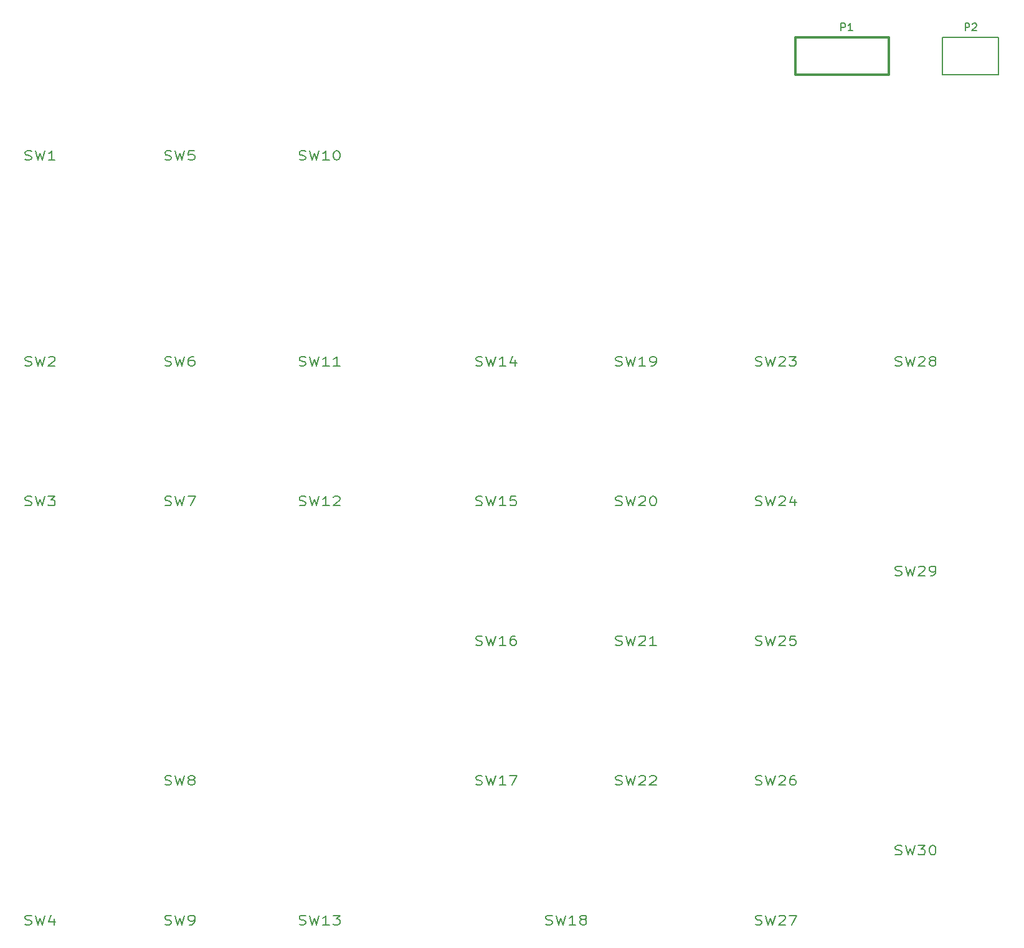
<source format=gto>
G04 (created by PCBNEW (2013-07-07 BZR 4022)-stable) date 10/28/2014 2:01:09 AM*
%MOIN*%
G04 Gerber Fmt 3.4, Leading zero omitted, Abs format*
%FSLAX34Y34*%
G01*
G70*
G90*
G04 APERTURE LIST*
%ADD10C,0.00590551*%
%ADD11C,0.012*%
%ADD12C,0.008*%
G04 APERTURE END LIST*
G54D10*
G54D11*
X61673Y-12976D02*
X66673Y-12976D01*
X66673Y-12976D02*
X66673Y-14976D01*
X66673Y-14976D02*
X61673Y-14976D01*
X61673Y-14976D02*
X61673Y-12976D01*
G54D12*
X72562Y-14976D02*
X69562Y-14976D01*
X69562Y-12976D02*
X72562Y-12976D01*
X72562Y-12976D02*
X72562Y-14976D01*
X69562Y-14976D02*
X69562Y-12976D01*
X20459Y-19538D02*
X20545Y-19562D01*
X20688Y-19562D01*
X20745Y-19538D01*
X20774Y-19514D01*
X20802Y-19467D01*
X20802Y-19419D01*
X20774Y-19372D01*
X20745Y-19348D01*
X20688Y-19324D01*
X20574Y-19300D01*
X20516Y-19276D01*
X20488Y-19253D01*
X20459Y-19205D01*
X20459Y-19157D01*
X20488Y-19110D01*
X20516Y-19086D01*
X20574Y-19062D01*
X20716Y-19062D01*
X20802Y-19086D01*
X21002Y-19062D02*
X21145Y-19562D01*
X21259Y-19205D01*
X21374Y-19562D01*
X21516Y-19062D01*
X22059Y-19562D02*
X21716Y-19562D01*
X21888Y-19562D02*
X21888Y-19062D01*
X21831Y-19134D01*
X21774Y-19181D01*
X21716Y-19205D01*
X59544Y-60483D02*
X59629Y-60507D01*
X59772Y-60507D01*
X59829Y-60483D01*
X59858Y-60459D01*
X59887Y-60412D01*
X59887Y-60364D01*
X59858Y-60317D01*
X59829Y-60293D01*
X59772Y-60269D01*
X59658Y-60245D01*
X59601Y-60221D01*
X59572Y-60197D01*
X59544Y-60150D01*
X59544Y-60102D01*
X59572Y-60055D01*
X59601Y-60031D01*
X59658Y-60007D01*
X59801Y-60007D01*
X59887Y-60031D01*
X60087Y-60007D02*
X60229Y-60507D01*
X60344Y-60150D01*
X60458Y-60507D01*
X60601Y-60007D01*
X60801Y-60055D02*
X60829Y-60031D01*
X60887Y-60007D01*
X61029Y-60007D01*
X61087Y-60031D01*
X61115Y-60055D01*
X61144Y-60102D01*
X61144Y-60150D01*
X61115Y-60221D01*
X60772Y-60507D01*
X61144Y-60507D01*
X61344Y-60007D02*
X61744Y-60007D01*
X61487Y-60507D01*
X48323Y-60483D02*
X48409Y-60507D01*
X48552Y-60507D01*
X48609Y-60483D01*
X48638Y-60459D01*
X48666Y-60412D01*
X48666Y-60364D01*
X48638Y-60317D01*
X48609Y-60293D01*
X48552Y-60269D01*
X48438Y-60245D01*
X48380Y-60221D01*
X48352Y-60197D01*
X48323Y-60150D01*
X48323Y-60102D01*
X48352Y-60055D01*
X48380Y-60031D01*
X48438Y-60007D01*
X48580Y-60007D01*
X48666Y-60031D01*
X48866Y-60007D02*
X49009Y-60507D01*
X49123Y-60150D01*
X49238Y-60507D01*
X49380Y-60007D01*
X49923Y-60507D02*
X49580Y-60507D01*
X49752Y-60507D02*
X49752Y-60007D01*
X49695Y-60078D01*
X49638Y-60126D01*
X49580Y-60150D01*
X50266Y-60221D02*
X50209Y-60197D01*
X50180Y-60174D01*
X50152Y-60126D01*
X50152Y-60102D01*
X50180Y-60055D01*
X50209Y-60031D01*
X50266Y-60007D01*
X50380Y-60007D01*
X50438Y-60031D01*
X50466Y-60055D01*
X50495Y-60102D01*
X50495Y-60126D01*
X50466Y-60174D01*
X50438Y-60197D01*
X50380Y-60221D01*
X50266Y-60221D01*
X50209Y-60245D01*
X50180Y-60269D01*
X50152Y-60317D01*
X50152Y-60412D01*
X50180Y-60459D01*
X50209Y-60483D01*
X50266Y-60507D01*
X50380Y-60507D01*
X50438Y-60483D01*
X50466Y-60459D01*
X50495Y-60412D01*
X50495Y-60317D01*
X50466Y-60269D01*
X50438Y-60245D01*
X50380Y-60221D01*
X67024Y-56743D02*
X67110Y-56767D01*
X67253Y-56767D01*
X67310Y-56743D01*
X67338Y-56719D01*
X67367Y-56672D01*
X67367Y-56624D01*
X67338Y-56576D01*
X67310Y-56553D01*
X67253Y-56529D01*
X67138Y-56505D01*
X67081Y-56481D01*
X67053Y-56457D01*
X67024Y-56410D01*
X67024Y-56362D01*
X67053Y-56314D01*
X67081Y-56291D01*
X67138Y-56267D01*
X67281Y-56267D01*
X67367Y-56291D01*
X67567Y-56267D02*
X67710Y-56767D01*
X67824Y-56410D01*
X67938Y-56767D01*
X68081Y-56267D01*
X68253Y-56267D02*
X68624Y-56267D01*
X68424Y-56457D01*
X68510Y-56457D01*
X68567Y-56481D01*
X68595Y-56505D01*
X68624Y-56553D01*
X68624Y-56672D01*
X68595Y-56719D01*
X68567Y-56743D01*
X68510Y-56767D01*
X68338Y-56767D01*
X68281Y-56743D01*
X68253Y-56719D01*
X68995Y-56267D02*
X69053Y-56267D01*
X69110Y-56291D01*
X69138Y-56314D01*
X69167Y-56362D01*
X69195Y-56457D01*
X69195Y-56576D01*
X69167Y-56672D01*
X69138Y-56719D01*
X69110Y-56743D01*
X69053Y-56767D01*
X68995Y-56767D01*
X68938Y-56743D01*
X68910Y-56719D01*
X68881Y-56672D01*
X68853Y-56576D01*
X68853Y-56457D01*
X68881Y-56362D01*
X68910Y-56314D01*
X68938Y-56291D01*
X68995Y-56267D01*
X59544Y-53003D02*
X59629Y-53027D01*
X59772Y-53027D01*
X59829Y-53003D01*
X59858Y-52979D01*
X59887Y-52931D01*
X59887Y-52884D01*
X59858Y-52836D01*
X59829Y-52812D01*
X59772Y-52789D01*
X59658Y-52765D01*
X59601Y-52741D01*
X59572Y-52717D01*
X59544Y-52670D01*
X59544Y-52622D01*
X59572Y-52574D01*
X59601Y-52550D01*
X59658Y-52527D01*
X59801Y-52527D01*
X59887Y-52550D01*
X60087Y-52527D02*
X60229Y-53027D01*
X60344Y-52670D01*
X60458Y-53027D01*
X60601Y-52527D01*
X60801Y-52574D02*
X60829Y-52550D01*
X60887Y-52527D01*
X61029Y-52527D01*
X61087Y-52550D01*
X61115Y-52574D01*
X61144Y-52622D01*
X61144Y-52670D01*
X61115Y-52741D01*
X60772Y-53027D01*
X61144Y-53027D01*
X61658Y-52527D02*
X61544Y-52527D01*
X61487Y-52550D01*
X61458Y-52574D01*
X61401Y-52646D01*
X61372Y-52741D01*
X61372Y-52931D01*
X61401Y-52979D01*
X61429Y-53003D01*
X61487Y-53027D01*
X61601Y-53027D01*
X61658Y-53003D01*
X61687Y-52979D01*
X61715Y-52931D01*
X61715Y-52812D01*
X61687Y-52765D01*
X61658Y-52741D01*
X61601Y-52717D01*
X61487Y-52717D01*
X61429Y-52741D01*
X61401Y-52765D01*
X61372Y-52812D01*
X52063Y-53003D02*
X52149Y-53027D01*
X52292Y-53027D01*
X52349Y-53003D01*
X52378Y-52979D01*
X52406Y-52931D01*
X52406Y-52884D01*
X52378Y-52836D01*
X52349Y-52812D01*
X52292Y-52789D01*
X52178Y-52765D01*
X52121Y-52741D01*
X52092Y-52717D01*
X52063Y-52670D01*
X52063Y-52622D01*
X52092Y-52574D01*
X52121Y-52550D01*
X52178Y-52527D01*
X52321Y-52527D01*
X52406Y-52550D01*
X52606Y-52527D02*
X52749Y-53027D01*
X52863Y-52670D01*
X52978Y-53027D01*
X53121Y-52527D01*
X53321Y-52574D02*
X53349Y-52550D01*
X53406Y-52527D01*
X53549Y-52527D01*
X53606Y-52550D01*
X53635Y-52574D01*
X53663Y-52622D01*
X53663Y-52670D01*
X53635Y-52741D01*
X53292Y-53027D01*
X53663Y-53027D01*
X53892Y-52574D02*
X53921Y-52550D01*
X53978Y-52527D01*
X54121Y-52527D01*
X54178Y-52550D01*
X54206Y-52574D01*
X54235Y-52622D01*
X54235Y-52670D01*
X54206Y-52741D01*
X53863Y-53027D01*
X54235Y-53027D01*
X44583Y-53003D02*
X44669Y-53027D01*
X44812Y-53027D01*
X44869Y-53003D01*
X44897Y-52979D01*
X44926Y-52931D01*
X44926Y-52884D01*
X44897Y-52836D01*
X44869Y-52812D01*
X44812Y-52789D01*
X44697Y-52765D01*
X44640Y-52741D01*
X44612Y-52717D01*
X44583Y-52670D01*
X44583Y-52622D01*
X44612Y-52574D01*
X44640Y-52550D01*
X44697Y-52527D01*
X44840Y-52527D01*
X44926Y-52550D01*
X45126Y-52527D02*
X45269Y-53027D01*
X45383Y-52670D01*
X45497Y-53027D01*
X45640Y-52527D01*
X46183Y-53027D02*
X45840Y-53027D01*
X46012Y-53027D02*
X46012Y-52527D01*
X45955Y-52598D01*
X45897Y-52646D01*
X45840Y-52670D01*
X46383Y-52527D02*
X46783Y-52527D01*
X46526Y-53027D01*
X67024Y-41782D02*
X67110Y-41806D01*
X67253Y-41806D01*
X67310Y-41782D01*
X67338Y-41759D01*
X67367Y-41711D01*
X67367Y-41663D01*
X67338Y-41616D01*
X67310Y-41592D01*
X67253Y-41568D01*
X67138Y-41544D01*
X67081Y-41520D01*
X67053Y-41497D01*
X67024Y-41449D01*
X67024Y-41401D01*
X67053Y-41354D01*
X67081Y-41330D01*
X67138Y-41306D01*
X67281Y-41306D01*
X67367Y-41330D01*
X67567Y-41306D02*
X67710Y-41806D01*
X67824Y-41449D01*
X67938Y-41806D01*
X68081Y-41306D01*
X68281Y-41354D02*
X68310Y-41330D01*
X68367Y-41306D01*
X68510Y-41306D01*
X68567Y-41330D01*
X68595Y-41354D01*
X68624Y-41401D01*
X68624Y-41449D01*
X68595Y-41520D01*
X68253Y-41806D01*
X68624Y-41806D01*
X68910Y-41806D02*
X69024Y-41806D01*
X69081Y-41782D01*
X69110Y-41759D01*
X69167Y-41687D01*
X69195Y-41592D01*
X69195Y-41401D01*
X69167Y-41354D01*
X69138Y-41330D01*
X69081Y-41306D01*
X68967Y-41306D01*
X68910Y-41330D01*
X68881Y-41354D01*
X68853Y-41401D01*
X68853Y-41520D01*
X68881Y-41568D01*
X68910Y-41592D01*
X68967Y-41616D01*
X69081Y-41616D01*
X69138Y-41592D01*
X69167Y-41568D01*
X69195Y-41520D01*
X67024Y-30562D02*
X67110Y-30586D01*
X67253Y-30586D01*
X67310Y-30562D01*
X67338Y-30538D01*
X67367Y-30491D01*
X67367Y-30443D01*
X67338Y-30395D01*
X67310Y-30371D01*
X67253Y-30348D01*
X67138Y-30324D01*
X67081Y-30300D01*
X67053Y-30276D01*
X67024Y-30229D01*
X67024Y-30181D01*
X67053Y-30133D01*
X67081Y-30110D01*
X67138Y-30086D01*
X67281Y-30086D01*
X67367Y-30110D01*
X67567Y-30086D02*
X67710Y-30586D01*
X67824Y-30229D01*
X67938Y-30586D01*
X68081Y-30086D01*
X68281Y-30133D02*
X68310Y-30110D01*
X68367Y-30086D01*
X68510Y-30086D01*
X68567Y-30110D01*
X68595Y-30133D01*
X68624Y-30181D01*
X68624Y-30229D01*
X68595Y-30300D01*
X68253Y-30586D01*
X68624Y-30586D01*
X68967Y-30300D02*
X68910Y-30276D01*
X68881Y-30252D01*
X68853Y-30205D01*
X68853Y-30181D01*
X68881Y-30133D01*
X68910Y-30110D01*
X68967Y-30086D01*
X69081Y-30086D01*
X69138Y-30110D01*
X69167Y-30133D01*
X69195Y-30181D01*
X69195Y-30205D01*
X69167Y-30252D01*
X69138Y-30276D01*
X69081Y-30300D01*
X68967Y-30300D01*
X68910Y-30324D01*
X68881Y-30348D01*
X68853Y-30395D01*
X68853Y-30491D01*
X68881Y-30538D01*
X68910Y-30562D01*
X68967Y-30586D01*
X69081Y-30586D01*
X69138Y-30562D01*
X69167Y-30538D01*
X69195Y-30491D01*
X69195Y-30395D01*
X69167Y-30348D01*
X69138Y-30324D01*
X69081Y-30300D01*
X59544Y-45523D02*
X59629Y-45546D01*
X59772Y-45546D01*
X59829Y-45523D01*
X59858Y-45499D01*
X59887Y-45451D01*
X59887Y-45404D01*
X59858Y-45356D01*
X59829Y-45332D01*
X59772Y-45308D01*
X59658Y-45284D01*
X59601Y-45261D01*
X59572Y-45237D01*
X59544Y-45189D01*
X59544Y-45142D01*
X59572Y-45094D01*
X59601Y-45070D01*
X59658Y-45046D01*
X59801Y-45046D01*
X59887Y-45070D01*
X60087Y-45046D02*
X60229Y-45546D01*
X60344Y-45189D01*
X60458Y-45546D01*
X60601Y-45046D01*
X60801Y-45094D02*
X60829Y-45070D01*
X60887Y-45046D01*
X61029Y-45046D01*
X61087Y-45070D01*
X61115Y-45094D01*
X61144Y-45142D01*
X61144Y-45189D01*
X61115Y-45261D01*
X60772Y-45546D01*
X61144Y-45546D01*
X61687Y-45046D02*
X61401Y-45046D01*
X61372Y-45284D01*
X61401Y-45261D01*
X61458Y-45237D01*
X61601Y-45237D01*
X61658Y-45261D01*
X61687Y-45284D01*
X61715Y-45332D01*
X61715Y-45451D01*
X61687Y-45499D01*
X61658Y-45523D01*
X61601Y-45546D01*
X61458Y-45546D01*
X61401Y-45523D01*
X61372Y-45499D01*
X52063Y-45523D02*
X52149Y-45546D01*
X52292Y-45546D01*
X52349Y-45523D01*
X52378Y-45499D01*
X52406Y-45451D01*
X52406Y-45404D01*
X52378Y-45356D01*
X52349Y-45332D01*
X52292Y-45308D01*
X52178Y-45284D01*
X52121Y-45261D01*
X52092Y-45237D01*
X52063Y-45189D01*
X52063Y-45142D01*
X52092Y-45094D01*
X52121Y-45070D01*
X52178Y-45046D01*
X52321Y-45046D01*
X52406Y-45070D01*
X52606Y-45046D02*
X52749Y-45546D01*
X52863Y-45189D01*
X52978Y-45546D01*
X53121Y-45046D01*
X53321Y-45094D02*
X53349Y-45070D01*
X53406Y-45046D01*
X53549Y-45046D01*
X53606Y-45070D01*
X53635Y-45094D01*
X53663Y-45142D01*
X53663Y-45189D01*
X53635Y-45261D01*
X53292Y-45546D01*
X53663Y-45546D01*
X54235Y-45546D02*
X53892Y-45546D01*
X54063Y-45546D02*
X54063Y-45046D01*
X54006Y-45118D01*
X53949Y-45165D01*
X53892Y-45189D01*
X44583Y-45523D02*
X44669Y-45546D01*
X44812Y-45546D01*
X44869Y-45523D01*
X44897Y-45499D01*
X44926Y-45451D01*
X44926Y-45404D01*
X44897Y-45356D01*
X44869Y-45332D01*
X44812Y-45308D01*
X44697Y-45284D01*
X44640Y-45261D01*
X44612Y-45237D01*
X44583Y-45189D01*
X44583Y-45142D01*
X44612Y-45094D01*
X44640Y-45070D01*
X44697Y-45046D01*
X44840Y-45046D01*
X44926Y-45070D01*
X45126Y-45046D02*
X45269Y-45546D01*
X45383Y-45189D01*
X45497Y-45546D01*
X45640Y-45046D01*
X46183Y-45546D02*
X45840Y-45546D01*
X46012Y-45546D02*
X46012Y-45046D01*
X45955Y-45118D01*
X45897Y-45165D01*
X45840Y-45189D01*
X46697Y-45046D02*
X46583Y-45046D01*
X46526Y-45070D01*
X46497Y-45094D01*
X46440Y-45165D01*
X46412Y-45261D01*
X46412Y-45451D01*
X46440Y-45499D01*
X46469Y-45523D01*
X46526Y-45546D01*
X46640Y-45546D01*
X46697Y-45523D01*
X46726Y-45499D01*
X46755Y-45451D01*
X46755Y-45332D01*
X46726Y-45284D01*
X46697Y-45261D01*
X46640Y-45237D01*
X46526Y-45237D01*
X46469Y-45261D01*
X46440Y-45284D01*
X46412Y-45332D01*
X59544Y-38042D02*
X59629Y-38066D01*
X59772Y-38066D01*
X59829Y-38042D01*
X59858Y-38018D01*
X59887Y-37971D01*
X59887Y-37923D01*
X59858Y-37876D01*
X59829Y-37852D01*
X59772Y-37828D01*
X59658Y-37804D01*
X59601Y-37780D01*
X59572Y-37757D01*
X59544Y-37709D01*
X59544Y-37661D01*
X59572Y-37614D01*
X59601Y-37590D01*
X59658Y-37566D01*
X59801Y-37566D01*
X59887Y-37590D01*
X60087Y-37566D02*
X60229Y-38066D01*
X60344Y-37709D01*
X60458Y-38066D01*
X60601Y-37566D01*
X60801Y-37614D02*
X60829Y-37590D01*
X60887Y-37566D01*
X61029Y-37566D01*
X61087Y-37590D01*
X61115Y-37614D01*
X61144Y-37661D01*
X61144Y-37709D01*
X61115Y-37780D01*
X60772Y-38066D01*
X61144Y-38066D01*
X61658Y-37733D02*
X61658Y-38066D01*
X61515Y-37542D02*
X61372Y-37899D01*
X61744Y-37899D01*
X52063Y-38042D02*
X52149Y-38066D01*
X52292Y-38066D01*
X52349Y-38042D01*
X52378Y-38018D01*
X52406Y-37971D01*
X52406Y-37923D01*
X52378Y-37876D01*
X52349Y-37852D01*
X52292Y-37828D01*
X52178Y-37804D01*
X52121Y-37780D01*
X52092Y-37757D01*
X52063Y-37709D01*
X52063Y-37661D01*
X52092Y-37614D01*
X52121Y-37590D01*
X52178Y-37566D01*
X52321Y-37566D01*
X52406Y-37590D01*
X52606Y-37566D02*
X52749Y-38066D01*
X52863Y-37709D01*
X52978Y-38066D01*
X53121Y-37566D01*
X53321Y-37614D02*
X53349Y-37590D01*
X53406Y-37566D01*
X53549Y-37566D01*
X53606Y-37590D01*
X53635Y-37614D01*
X53663Y-37661D01*
X53663Y-37709D01*
X53635Y-37780D01*
X53292Y-38066D01*
X53663Y-38066D01*
X54035Y-37566D02*
X54092Y-37566D01*
X54149Y-37590D01*
X54178Y-37614D01*
X54206Y-37661D01*
X54235Y-37757D01*
X54235Y-37876D01*
X54206Y-37971D01*
X54178Y-38018D01*
X54149Y-38042D01*
X54092Y-38066D01*
X54035Y-38066D01*
X53978Y-38042D01*
X53949Y-38018D01*
X53921Y-37971D01*
X53892Y-37876D01*
X53892Y-37757D01*
X53921Y-37661D01*
X53949Y-37614D01*
X53978Y-37590D01*
X54035Y-37566D01*
X44583Y-38042D02*
X44669Y-38066D01*
X44812Y-38066D01*
X44869Y-38042D01*
X44897Y-38018D01*
X44926Y-37971D01*
X44926Y-37923D01*
X44897Y-37876D01*
X44869Y-37852D01*
X44812Y-37828D01*
X44697Y-37804D01*
X44640Y-37780D01*
X44612Y-37757D01*
X44583Y-37709D01*
X44583Y-37661D01*
X44612Y-37614D01*
X44640Y-37590D01*
X44697Y-37566D01*
X44840Y-37566D01*
X44926Y-37590D01*
X45126Y-37566D02*
X45269Y-38066D01*
X45383Y-37709D01*
X45497Y-38066D01*
X45640Y-37566D01*
X46183Y-38066D02*
X45840Y-38066D01*
X46012Y-38066D02*
X46012Y-37566D01*
X45955Y-37637D01*
X45897Y-37685D01*
X45840Y-37709D01*
X46726Y-37566D02*
X46440Y-37566D01*
X46412Y-37804D01*
X46440Y-37780D01*
X46497Y-37757D01*
X46640Y-37757D01*
X46697Y-37780D01*
X46726Y-37804D01*
X46755Y-37852D01*
X46755Y-37971D01*
X46726Y-38018D01*
X46697Y-38042D01*
X46640Y-38066D01*
X46497Y-38066D01*
X46440Y-38042D01*
X46412Y-38018D01*
X59544Y-30562D02*
X59629Y-30586D01*
X59772Y-30586D01*
X59829Y-30562D01*
X59858Y-30538D01*
X59887Y-30491D01*
X59887Y-30443D01*
X59858Y-30395D01*
X59829Y-30371D01*
X59772Y-30348D01*
X59658Y-30324D01*
X59601Y-30300D01*
X59572Y-30276D01*
X59544Y-30229D01*
X59544Y-30181D01*
X59572Y-30133D01*
X59601Y-30110D01*
X59658Y-30086D01*
X59801Y-30086D01*
X59887Y-30110D01*
X60087Y-30086D02*
X60229Y-30586D01*
X60344Y-30229D01*
X60458Y-30586D01*
X60601Y-30086D01*
X60801Y-30133D02*
X60829Y-30110D01*
X60887Y-30086D01*
X61029Y-30086D01*
X61087Y-30110D01*
X61115Y-30133D01*
X61144Y-30181D01*
X61144Y-30229D01*
X61115Y-30300D01*
X60772Y-30586D01*
X61144Y-30586D01*
X61344Y-30086D02*
X61715Y-30086D01*
X61515Y-30276D01*
X61601Y-30276D01*
X61658Y-30300D01*
X61687Y-30324D01*
X61715Y-30371D01*
X61715Y-30491D01*
X61687Y-30538D01*
X61658Y-30562D01*
X61601Y-30586D01*
X61429Y-30586D01*
X61372Y-30562D01*
X61344Y-30538D01*
X27940Y-19538D02*
X28025Y-19562D01*
X28168Y-19562D01*
X28225Y-19538D01*
X28254Y-19514D01*
X28283Y-19467D01*
X28283Y-19419D01*
X28254Y-19372D01*
X28225Y-19348D01*
X28168Y-19324D01*
X28054Y-19300D01*
X27997Y-19276D01*
X27968Y-19253D01*
X27940Y-19205D01*
X27940Y-19157D01*
X27968Y-19110D01*
X27997Y-19086D01*
X28054Y-19062D01*
X28197Y-19062D01*
X28283Y-19086D01*
X28483Y-19062D02*
X28625Y-19562D01*
X28740Y-19205D01*
X28854Y-19562D01*
X28997Y-19062D01*
X29511Y-19062D02*
X29225Y-19062D01*
X29197Y-19300D01*
X29225Y-19276D01*
X29283Y-19253D01*
X29425Y-19253D01*
X29483Y-19276D01*
X29511Y-19300D01*
X29540Y-19348D01*
X29540Y-19467D01*
X29511Y-19514D01*
X29483Y-19538D01*
X29425Y-19562D01*
X29283Y-19562D01*
X29225Y-19538D01*
X29197Y-19514D01*
X35134Y-19538D02*
X35220Y-19562D01*
X35363Y-19562D01*
X35420Y-19538D01*
X35449Y-19514D01*
X35477Y-19467D01*
X35477Y-19419D01*
X35449Y-19372D01*
X35420Y-19348D01*
X35363Y-19324D01*
X35249Y-19300D01*
X35191Y-19276D01*
X35163Y-19253D01*
X35134Y-19205D01*
X35134Y-19157D01*
X35163Y-19110D01*
X35191Y-19086D01*
X35249Y-19062D01*
X35391Y-19062D01*
X35477Y-19086D01*
X35677Y-19062D02*
X35820Y-19562D01*
X35934Y-19205D01*
X36049Y-19562D01*
X36191Y-19062D01*
X36734Y-19562D02*
X36391Y-19562D01*
X36563Y-19562D02*
X36563Y-19062D01*
X36506Y-19134D01*
X36449Y-19181D01*
X36391Y-19205D01*
X37106Y-19062D02*
X37163Y-19062D01*
X37220Y-19086D01*
X37249Y-19110D01*
X37277Y-19157D01*
X37306Y-19253D01*
X37306Y-19372D01*
X37277Y-19467D01*
X37249Y-19514D01*
X37220Y-19538D01*
X37163Y-19562D01*
X37106Y-19562D01*
X37049Y-19538D01*
X37020Y-19514D01*
X36991Y-19467D01*
X36963Y-19372D01*
X36963Y-19253D01*
X36991Y-19157D01*
X37020Y-19110D01*
X37049Y-19086D01*
X37106Y-19062D01*
X20459Y-30562D02*
X20545Y-30586D01*
X20688Y-30586D01*
X20745Y-30562D01*
X20774Y-30538D01*
X20802Y-30491D01*
X20802Y-30443D01*
X20774Y-30395D01*
X20745Y-30371D01*
X20688Y-30348D01*
X20574Y-30324D01*
X20516Y-30300D01*
X20488Y-30276D01*
X20459Y-30229D01*
X20459Y-30181D01*
X20488Y-30133D01*
X20516Y-30110D01*
X20574Y-30086D01*
X20716Y-30086D01*
X20802Y-30110D01*
X21002Y-30086D02*
X21145Y-30586D01*
X21259Y-30229D01*
X21374Y-30586D01*
X21516Y-30086D01*
X21716Y-30133D02*
X21745Y-30110D01*
X21802Y-30086D01*
X21945Y-30086D01*
X22002Y-30110D01*
X22031Y-30133D01*
X22059Y-30181D01*
X22059Y-30229D01*
X22031Y-30300D01*
X21688Y-30586D01*
X22059Y-30586D01*
X27940Y-30562D02*
X28025Y-30586D01*
X28168Y-30586D01*
X28225Y-30562D01*
X28254Y-30538D01*
X28283Y-30491D01*
X28283Y-30443D01*
X28254Y-30395D01*
X28225Y-30371D01*
X28168Y-30348D01*
X28054Y-30324D01*
X27997Y-30300D01*
X27968Y-30276D01*
X27940Y-30229D01*
X27940Y-30181D01*
X27968Y-30133D01*
X27997Y-30110D01*
X28054Y-30086D01*
X28197Y-30086D01*
X28283Y-30110D01*
X28483Y-30086D02*
X28625Y-30586D01*
X28740Y-30229D01*
X28854Y-30586D01*
X28997Y-30086D01*
X29483Y-30086D02*
X29368Y-30086D01*
X29311Y-30110D01*
X29283Y-30133D01*
X29225Y-30205D01*
X29197Y-30300D01*
X29197Y-30491D01*
X29225Y-30538D01*
X29254Y-30562D01*
X29311Y-30586D01*
X29425Y-30586D01*
X29483Y-30562D01*
X29511Y-30538D01*
X29540Y-30491D01*
X29540Y-30371D01*
X29511Y-30324D01*
X29483Y-30300D01*
X29425Y-30276D01*
X29311Y-30276D01*
X29254Y-30300D01*
X29225Y-30324D01*
X29197Y-30371D01*
X35134Y-30562D02*
X35220Y-30586D01*
X35363Y-30586D01*
X35420Y-30562D01*
X35449Y-30538D01*
X35477Y-30491D01*
X35477Y-30443D01*
X35449Y-30395D01*
X35420Y-30371D01*
X35363Y-30348D01*
X35249Y-30324D01*
X35191Y-30300D01*
X35163Y-30276D01*
X35134Y-30229D01*
X35134Y-30181D01*
X35163Y-30133D01*
X35191Y-30110D01*
X35249Y-30086D01*
X35391Y-30086D01*
X35477Y-30110D01*
X35677Y-30086D02*
X35820Y-30586D01*
X35934Y-30229D01*
X36049Y-30586D01*
X36191Y-30086D01*
X36734Y-30586D02*
X36391Y-30586D01*
X36563Y-30586D02*
X36563Y-30086D01*
X36506Y-30157D01*
X36449Y-30205D01*
X36391Y-30229D01*
X37306Y-30586D02*
X36963Y-30586D01*
X37134Y-30586D02*
X37134Y-30086D01*
X37077Y-30157D01*
X37020Y-30205D01*
X36963Y-30229D01*
X20459Y-38042D02*
X20545Y-38066D01*
X20688Y-38066D01*
X20745Y-38042D01*
X20774Y-38018D01*
X20802Y-37971D01*
X20802Y-37923D01*
X20774Y-37876D01*
X20745Y-37852D01*
X20688Y-37828D01*
X20574Y-37804D01*
X20516Y-37780D01*
X20488Y-37757D01*
X20459Y-37709D01*
X20459Y-37661D01*
X20488Y-37614D01*
X20516Y-37590D01*
X20574Y-37566D01*
X20716Y-37566D01*
X20802Y-37590D01*
X21002Y-37566D02*
X21145Y-38066D01*
X21259Y-37709D01*
X21374Y-38066D01*
X21516Y-37566D01*
X21688Y-37566D02*
X22059Y-37566D01*
X21859Y-37757D01*
X21945Y-37757D01*
X22002Y-37780D01*
X22031Y-37804D01*
X22059Y-37852D01*
X22059Y-37971D01*
X22031Y-38018D01*
X22002Y-38042D01*
X21945Y-38066D01*
X21774Y-38066D01*
X21716Y-38042D01*
X21688Y-38018D01*
X27940Y-38042D02*
X28025Y-38066D01*
X28168Y-38066D01*
X28225Y-38042D01*
X28254Y-38018D01*
X28283Y-37971D01*
X28283Y-37923D01*
X28254Y-37876D01*
X28225Y-37852D01*
X28168Y-37828D01*
X28054Y-37804D01*
X27997Y-37780D01*
X27968Y-37757D01*
X27940Y-37709D01*
X27940Y-37661D01*
X27968Y-37614D01*
X27997Y-37590D01*
X28054Y-37566D01*
X28197Y-37566D01*
X28283Y-37590D01*
X28483Y-37566D02*
X28625Y-38066D01*
X28740Y-37709D01*
X28854Y-38066D01*
X28997Y-37566D01*
X29168Y-37566D02*
X29568Y-37566D01*
X29311Y-38066D01*
X35134Y-38042D02*
X35220Y-38066D01*
X35363Y-38066D01*
X35420Y-38042D01*
X35449Y-38018D01*
X35477Y-37971D01*
X35477Y-37923D01*
X35449Y-37876D01*
X35420Y-37852D01*
X35363Y-37828D01*
X35249Y-37804D01*
X35191Y-37780D01*
X35163Y-37757D01*
X35134Y-37709D01*
X35134Y-37661D01*
X35163Y-37614D01*
X35191Y-37590D01*
X35249Y-37566D01*
X35391Y-37566D01*
X35477Y-37590D01*
X35677Y-37566D02*
X35820Y-38066D01*
X35934Y-37709D01*
X36049Y-38066D01*
X36191Y-37566D01*
X36734Y-38066D02*
X36391Y-38066D01*
X36563Y-38066D02*
X36563Y-37566D01*
X36506Y-37637D01*
X36449Y-37685D01*
X36391Y-37709D01*
X36963Y-37614D02*
X36991Y-37590D01*
X37049Y-37566D01*
X37191Y-37566D01*
X37249Y-37590D01*
X37277Y-37614D01*
X37306Y-37661D01*
X37306Y-37709D01*
X37277Y-37780D01*
X36934Y-38066D01*
X37306Y-38066D01*
X27940Y-53003D02*
X28025Y-53027D01*
X28168Y-53027D01*
X28225Y-53003D01*
X28254Y-52979D01*
X28283Y-52931D01*
X28283Y-52884D01*
X28254Y-52836D01*
X28225Y-52812D01*
X28168Y-52789D01*
X28054Y-52765D01*
X27997Y-52741D01*
X27968Y-52717D01*
X27940Y-52670D01*
X27940Y-52622D01*
X27968Y-52574D01*
X27997Y-52550D01*
X28054Y-52527D01*
X28197Y-52527D01*
X28283Y-52550D01*
X28483Y-52527D02*
X28625Y-53027D01*
X28740Y-52670D01*
X28854Y-53027D01*
X28997Y-52527D01*
X29311Y-52741D02*
X29254Y-52717D01*
X29225Y-52693D01*
X29197Y-52646D01*
X29197Y-52622D01*
X29225Y-52574D01*
X29254Y-52550D01*
X29311Y-52527D01*
X29425Y-52527D01*
X29483Y-52550D01*
X29511Y-52574D01*
X29540Y-52622D01*
X29540Y-52646D01*
X29511Y-52693D01*
X29483Y-52717D01*
X29425Y-52741D01*
X29311Y-52741D01*
X29254Y-52765D01*
X29225Y-52789D01*
X29197Y-52836D01*
X29197Y-52931D01*
X29225Y-52979D01*
X29254Y-53003D01*
X29311Y-53027D01*
X29425Y-53027D01*
X29483Y-53003D01*
X29511Y-52979D01*
X29540Y-52931D01*
X29540Y-52836D01*
X29511Y-52789D01*
X29483Y-52765D01*
X29425Y-52741D01*
X20459Y-60483D02*
X20545Y-60507D01*
X20688Y-60507D01*
X20745Y-60483D01*
X20774Y-60459D01*
X20802Y-60412D01*
X20802Y-60364D01*
X20774Y-60317D01*
X20745Y-60293D01*
X20688Y-60269D01*
X20574Y-60245D01*
X20516Y-60221D01*
X20488Y-60197D01*
X20459Y-60150D01*
X20459Y-60102D01*
X20488Y-60055D01*
X20516Y-60031D01*
X20574Y-60007D01*
X20716Y-60007D01*
X20802Y-60031D01*
X21002Y-60007D02*
X21145Y-60507D01*
X21259Y-60150D01*
X21374Y-60507D01*
X21516Y-60007D01*
X22002Y-60174D02*
X22002Y-60507D01*
X21859Y-59983D02*
X21716Y-60340D01*
X22088Y-60340D01*
X27940Y-60483D02*
X28025Y-60507D01*
X28168Y-60507D01*
X28225Y-60483D01*
X28254Y-60459D01*
X28283Y-60412D01*
X28283Y-60364D01*
X28254Y-60317D01*
X28225Y-60293D01*
X28168Y-60269D01*
X28054Y-60245D01*
X27997Y-60221D01*
X27968Y-60197D01*
X27940Y-60150D01*
X27940Y-60102D01*
X27968Y-60055D01*
X27997Y-60031D01*
X28054Y-60007D01*
X28197Y-60007D01*
X28283Y-60031D01*
X28483Y-60007D02*
X28625Y-60507D01*
X28740Y-60150D01*
X28854Y-60507D01*
X28997Y-60007D01*
X29254Y-60507D02*
X29368Y-60507D01*
X29425Y-60483D01*
X29454Y-60459D01*
X29511Y-60388D01*
X29540Y-60293D01*
X29540Y-60102D01*
X29511Y-60055D01*
X29483Y-60031D01*
X29425Y-60007D01*
X29311Y-60007D01*
X29254Y-60031D01*
X29225Y-60055D01*
X29197Y-60102D01*
X29197Y-60221D01*
X29225Y-60269D01*
X29254Y-60293D01*
X29311Y-60317D01*
X29425Y-60317D01*
X29483Y-60293D01*
X29511Y-60269D01*
X29540Y-60221D01*
X35134Y-60483D02*
X35220Y-60507D01*
X35363Y-60507D01*
X35420Y-60483D01*
X35449Y-60459D01*
X35477Y-60412D01*
X35477Y-60364D01*
X35449Y-60317D01*
X35420Y-60293D01*
X35363Y-60269D01*
X35249Y-60245D01*
X35191Y-60221D01*
X35163Y-60197D01*
X35134Y-60150D01*
X35134Y-60102D01*
X35163Y-60055D01*
X35191Y-60031D01*
X35249Y-60007D01*
X35391Y-60007D01*
X35477Y-60031D01*
X35677Y-60007D02*
X35820Y-60507D01*
X35934Y-60150D01*
X36049Y-60507D01*
X36191Y-60007D01*
X36734Y-60507D02*
X36391Y-60507D01*
X36563Y-60507D02*
X36563Y-60007D01*
X36506Y-60078D01*
X36449Y-60126D01*
X36391Y-60150D01*
X36934Y-60007D02*
X37306Y-60007D01*
X37106Y-60197D01*
X37191Y-60197D01*
X37249Y-60221D01*
X37277Y-60245D01*
X37306Y-60293D01*
X37306Y-60412D01*
X37277Y-60459D01*
X37249Y-60483D01*
X37191Y-60507D01*
X37020Y-60507D01*
X36963Y-60483D01*
X36934Y-60459D01*
X44583Y-30562D02*
X44669Y-30586D01*
X44812Y-30586D01*
X44869Y-30562D01*
X44897Y-30538D01*
X44926Y-30491D01*
X44926Y-30443D01*
X44897Y-30395D01*
X44869Y-30371D01*
X44812Y-30348D01*
X44697Y-30324D01*
X44640Y-30300D01*
X44612Y-30276D01*
X44583Y-30229D01*
X44583Y-30181D01*
X44612Y-30133D01*
X44640Y-30110D01*
X44697Y-30086D01*
X44840Y-30086D01*
X44926Y-30110D01*
X45126Y-30086D02*
X45269Y-30586D01*
X45383Y-30229D01*
X45497Y-30586D01*
X45640Y-30086D01*
X46183Y-30586D02*
X45840Y-30586D01*
X46012Y-30586D02*
X46012Y-30086D01*
X45955Y-30157D01*
X45897Y-30205D01*
X45840Y-30229D01*
X46697Y-30252D02*
X46697Y-30586D01*
X46555Y-30062D02*
X46412Y-30419D01*
X46783Y-30419D01*
X52063Y-30562D02*
X52149Y-30586D01*
X52292Y-30586D01*
X52349Y-30562D01*
X52378Y-30538D01*
X52406Y-30491D01*
X52406Y-30443D01*
X52378Y-30395D01*
X52349Y-30371D01*
X52292Y-30348D01*
X52178Y-30324D01*
X52121Y-30300D01*
X52092Y-30276D01*
X52063Y-30229D01*
X52063Y-30181D01*
X52092Y-30133D01*
X52121Y-30110D01*
X52178Y-30086D01*
X52321Y-30086D01*
X52406Y-30110D01*
X52606Y-30086D02*
X52749Y-30586D01*
X52863Y-30229D01*
X52978Y-30586D01*
X53121Y-30086D01*
X53663Y-30586D02*
X53321Y-30586D01*
X53492Y-30586D02*
X53492Y-30086D01*
X53435Y-30157D01*
X53378Y-30205D01*
X53321Y-30229D01*
X53949Y-30586D02*
X54063Y-30586D01*
X54121Y-30562D01*
X54149Y-30538D01*
X54206Y-30467D01*
X54235Y-30371D01*
X54235Y-30181D01*
X54206Y-30133D01*
X54178Y-30110D01*
X54121Y-30086D01*
X54006Y-30086D01*
X53949Y-30110D01*
X53921Y-30133D01*
X53892Y-30181D01*
X53892Y-30300D01*
X53921Y-30348D01*
X53949Y-30371D01*
X54006Y-30395D01*
X54121Y-30395D01*
X54178Y-30371D01*
X54206Y-30348D01*
X54235Y-30300D01*
X64127Y-12638D02*
X64127Y-12238D01*
X64280Y-12238D01*
X64318Y-12257D01*
X64337Y-12276D01*
X64356Y-12314D01*
X64356Y-12371D01*
X64337Y-12409D01*
X64318Y-12428D01*
X64280Y-12447D01*
X64127Y-12447D01*
X64737Y-12638D02*
X64508Y-12638D01*
X64623Y-12638D02*
X64623Y-12238D01*
X64585Y-12295D01*
X64547Y-12333D01*
X64508Y-12352D01*
X70767Y-12638D02*
X70767Y-12238D01*
X70920Y-12238D01*
X70958Y-12257D01*
X70977Y-12276D01*
X70996Y-12314D01*
X70996Y-12371D01*
X70977Y-12409D01*
X70958Y-12428D01*
X70920Y-12447D01*
X70767Y-12447D01*
X71148Y-12276D02*
X71167Y-12257D01*
X71205Y-12238D01*
X71301Y-12238D01*
X71339Y-12257D01*
X71358Y-12276D01*
X71377Y-12314D01*
X71377Y-12352D01*
X71358Y-12409D01*
X71129Y-12638D01*
X71377Y-12638D01*
M02*

</source>
